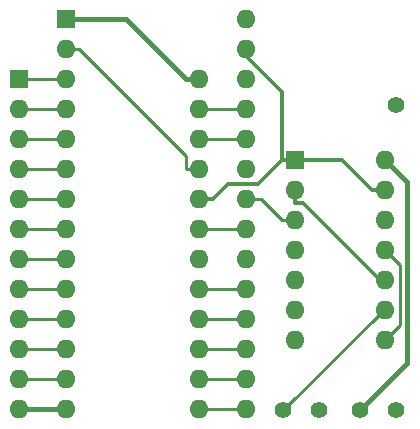
<source format=gbr>
%TF.GenerationSoftware,KiCad,Pcbnew,7.0.6*%
%TF.CreationDate,2023-08-02T18:22:00+10:00*%
%TF.ProjectId,vic20 rom,76696332-3020-4726-9f6d-2e6b69636164,rev?*%
%TF.SameCoordinates,Original*%
%TF.FileFunction,Copper,L2,Bot*%
%TF.FilePolarity,Positive*%
%FSLAX46Y46*%
G04 Gerber Fmt 4.6, Leading zero omitted, Abs format (unit mm)*
G04 Created by KiCad (PCBNEW 7.0.6) date 2023-08-02 18:22:00*
%MOMM*%
%LPD*%
G01*
G04 APERTURE LIST*
%TA.AperFunction,ComponentPad*%
%ADD10C,1.400000*%
%TD*%
%TA.AperFunction,ComponentPad*%
%ADD11R,1.600000X1.600000*%
%TD*%
%TA.AperFunction,ComponentPad*%
%ADD12O,1.600000X1.600000*%
%TD*%
%TA.AperFunction,Conductor*%
%ADD13C,0.450000*%
%TD*%
%TA.AperFunction,Conductor*%
%ADD14C,0.350000*%
%TD*%
%TA.AperFunction,Conductor*%
%ADD15C,0.250000*%
%TD*%
G04 APERTURE END LIST*
D10*
%TO.P,J1,1,Pin_1*%
%TO.N,Net-(J1-Pin_1)*%
X111574300Y-53167200D03*
%TD*%
D11*
%TO.P,U2,1*%
%TO.N,Net-(S1-~{CE})*%
X103022600Y-57816600D03*
D12*
%TO.P,U2,2*%
%TO.N,Net-(J1-Pin_1)*%
X103022600Y-60356600D03*
%TO.P,U2,3*%
%TO.N,Net-(U1-~{OE})*%
X103022600Y-62896600D03*
%TO.P,U2,4*%
%TO.N,N/C*%
X103022600Y-65436600D03*
%TO.P,U2,5*%
X103022600Y-67976600D03*
%TO.P,U2,6*%
X103022600Y-70516600D03*
%TO.P,U2,7,GND*%
%TO.N,Net-(GND1-Pin_1)*%
X103022600Y-73056600D03*
%TO.P,U2,8*%
%TO.N,Net-(U1-A13)*%
X110642600Y-73056600D03*
%TO.P,U2,9*%
%TO.N,Net-(B2-Pin_1)*%
X110642600Y-70516600D03*
%TO.P,U2,10*%
%TO.N,Net-(J1-Pin_1)*%
X110642600Y-67976600D03*
%TO.P,U2,11*%
%TO.N,Net-(U1-A13)*%
X110642600Y-65436600D03*
%TO.P,U2,12*%
%TO.N,Net-(K2-Pin_1)*%
X110642600Y-62896600D03*
%TO.P,U2,13*%
%TO.N,Net-(S1-~{CE})*%
X110642600Y-60356600D03*
%TO.P,U2,14,VCC*%
%TO.N,Net-(S1-VCC)*%
X110642600Y-57816600D03*
%TD*%
D10*
%TO.P,GND1,1,Pin_1*%
%TO.N,Net-(GND1-Pin_1)*%
X111574300Y-79008000D03*
%TD*%
D11*
%TO.P,S1,1,A7*%
%TO.N,Net-(S1-A7)*%
X79690000Y-50970000D03*
D12*
%TO.P,S1,2,A6*%
%TO.N,Net-(S1-A6)*%
X79690000Y-53510000D03*
%TO.P,S1,3,A5*%
%TO.N,Net-(S1-A5)*%
X79690000Y-56050000D03*
%TO.P,S1,4,A4*%
%TO.N,Net-(S1-A4)*%
X79690000Y-58590000D03*
%TO.P,S1,5,A3*%
%TO.N,Net-(S1-A3)*%
X79690000Y-61130000D03*
%TO.P,S1,6,A2*%
%TO.N,Net-(S1-A2)*%
X79690000Y-63670000D03*
%TO.P,S1,7,A1*%
%TO.N,Net-(S1-A1)*%
X79690000Y-66210000D03*
%TO.P,S1,8,A0*%
%TO.N,Net-(S1-A0)*%
X79690000Y-68750000D03*
%TO.P,S1,9,D0*%
%TO.N,Net-(S1-D0)*%
X79690000Y-71290000D03*
%TO.P,S1,10,D1*%
%TO.N,Net-(S1-D1)*%
X79690000Y-73830000D03*
%TO.P,S1,11,D2*%
%TO.N,Net-(S1-D2)*%
X79690000Y-76370000D03*
%TO.P,S1,12,GND*%
%TO.N,Net-(GND1-Pin_1)*%
X79690000Y-78910000D03*
%TO.P,S1,13,D3*%
%TO.N,Net-(S1-D3)*%
X94930000Y-78910000D03*
%TO.P,S1,14,D4*%
%TO.N,Net-(S1-D4)*%
X94930000Y-76370000D03*
%TO.P,S1,15,D5*%
%TO.N,Net-(S1-D5)*%
X94930000Y-73830000D03*
%TO.P,S1,16,D6*%
%TO.N,Net-(S1-D6)*%
X94930000Y-71290000D03*
%TO.P,S1,17,D7*%
%TO.N,Net-(S1-D7)*%
X94930000Y-68750000D03*
%TO.P,S1,18,A11*%
%TO.N,Net-(S1-A11)*%
X94930000Y-66210000D03*
%TO.P,S1,19,A10*%
%TO.N,Net-(S1-A10)*%
X94930000Y-63670000D03*
%TO.P,S1,20,~{CE}*%
%TO.N,Net-(S1-~{CE})*%
X94930000Y-61130000D03*
%TO.P,S1,21,A12*%
%TO.N,Net-(S1-A12)*%
X94930000Y-58590000D03*
%TO.P,S1,22,A9*%
%TO.N,Net-(S1-A9)*%
X94930000Y-56050000D03*
%TO.P,S1,23,A8*%
%TO.N,Net-(S1-A8)*%
X94930000Y-53510000D03*
%TO.P,S1,24,VCC*%
%TO.N,Net-(S1-VCC)*%
X94930000Y-50970000D03*
%TD*%
D10*
%TO.P,K2,1,Pin_1*%
%TO.N,Net-(K2-Pin_1)*%
X105034600Y-79008000D03*
%TD*%
%TO.P,B2,1,Pin_1*%
%TO.N,Net-(B2-Pin_1)*%
X102027500Y-79008000D03*
%TD*%
%TO.P,VCC1,1,Pin_1*%
%TO.N,Net-(S1-VCC)*%
X108542900Y-79008000D03*
%TD*%
D11*
%TO.P,U1,1,VPP*%
%TO.N,Net-(S1-VCC)*%
X83622400Y-45887500D03*
D12*
%TO.P,U1,2,A12*%
%TO.N,Net-(S1-A12)*%
X83622400Y-48427500D03*
%TO.P,U1,3,A7*%
%TO.N,Net-(S1-A7)*%
X83622400Y-50967500D03*
%TO.P,U1,4,A6*%
%TO.N,Net-(S1-A6)*%
X83622400Y-53507500D03*
%TO.P,U1,5,A5*%
%TO.N,Net-(S1-A5)*%
X83622400Y-56047500D03*
%TO.P,U1,6,A4*%
%TO.N,Net-(S1-A4)*%
X83622400Y-58587500D03*
%TO.P,U1,7,A3*%
%TO.N,Net-(S1-A3)*%
X83622400Y-61127500D03*
%TO.P,U1,8,A2*%
%TO.N,Net-(S1-A2)*%
X83622400Y-63667500D03*
%TO.P,U1,9,A1*%
%TO.N,Net-(S1-A1)*%
X83622400Y-66207500D03*
%TO.P,U1,10,A0*%
%TO.N,Net-(S1-A0)*%
X83622400Y-68747500D03*
%TO.P,U1,11,D0*%
%TO.N,Net-(S1-D0)*%
X83622400Y-71287500D03*
%TO.P,U1,12,D1*%
%TO.N,Net-(S1-D1)*%
X83622400Y-73827500D03*
%TO.P,U1,13,D2*%
%TO.N,Net-(S1-D2)*%
X83622400Y-76367500D03*
%TO.P,U1,14,GND*%
%TO.N,Net-(GND1-Pin_1)*%
X83622400Y-78907500D03*
%TO.P,U1,15,D3*%
%TO.N,Net-(S1-D3)*%
X98862400Y-78907500D03*
%TO.P,U1,16,D4*%
%TO.N,Net-(S1-D4)*%
X98862400Y-76367500D03*
%TO.P,U1,17,D5*%
%TO.N,Net-(S1-D5)*%
X98862400Y-73827500D03*
%TO.P,U1,18,D6*%
%TO.N,Net-(S1-D6)*%
X98862400Y-71287500D03*
%TO.P,U1,19,D7*%
%TO.N,Net-(S1-D7)*%
X98862400Y-68747500D03*
%TO.P,U1,20,~{CE}*%
%TO.N,Net-(GND1-Pin_1)*%
X98862400Y-66207500D03*
%TO.P,U1,21,A10*%
%TO.N,Net-(S1-A10)*%
X98862400Y-63667500D03*
%TO.P,U1,22,~{OE}*%
%TO.N,Net-(U1-~{OE})*%
X98862400Y-61127500D03*
%TO.P,U1,23,A11*%
%TO.N,Net-(S1-A11)*%
X98862400Y-58587500D03*
%TO.P,U1,24,A9*%
%TO.N,Net-(S1-A9)*%
X98862400Y-56047500D03*
%TO.P,U1,25,A8*%
%TO.N,Net-(S1-A8)*%
X98862400Y-53507500D03*
%TO.P,U1,26,A13*%
%TO.N,Net-(U1-A13)*%
X98862400Y-50967500D03*
%TO.P,U1,27,A14*%
%TO.N,Net-(S1-~{CE})*%
X98862400Y-48427500D03*
%TO.P,U1,28,VCC*%
%TO.N,Net-(S1-VCC)*%
X98862400Y-45887500D03*
%TD*%
D13*
%TO.N,Net-(S1-VCC)*%
X110642600Y-57816600D02*
X112522036Y-59696036D01*
X112522036Y-59696036D02*
X112522036Y-75028864D01*
X112522036Y-75028864D02*
X108542900Y-79008000D01*
D14*
%TO.N,Net-(J1-Pin_1)*%
X110642600Y-67976600D02*
X110208212Y-67976600D01*
X110208212Y-67976600D02*
X103715112Y-61483500D01*
X103022600Y-61483500D02*
X103022600Y-60356600D01*
X103715112Y-61483500D02*
X103022600Y-61483500D01*
D13*
%TO.N,Net-(GND1-Pin_1)*%
X80819400Y-78907500D02*
X80816900Y-78910000D01*
X83622400Y-78907500D02*
X80819400Y-78907500D01*
X79690000Y-78910000D02*
X80816900Y-78910000D01*
D15*
%TO.N,Net-(B2-Pin_1)*%
X110642600Y-70516600D02*
X110518900Y-70516600D01*
X110518900Y-70516600D02*
X102027500Y-79008000D01*
%TO.N,Net-(S1-A7)*%
X80819400Y-50967500D02*
X80816900Y-50970000D01*
X83622400Y-50967500D02*
X80819400Y-50967500D01*
X79690000Y-50970000D02*
X80816900Y-50970000D01*
%TO.N,Net-(S1-A6)*%
X79690000Y-53510000D02*
X80816900Y-53510000D01*
X80819400Y-53507500D02*
X80816900Y-53510000D01*
X83622400Y-53507500D02*
X80819400Y-53507500D01*
%TO.N,Net-(S1-A5)*%
X79690000Y-56050000D02*
X80816900Y-56050000D01*
X80819400Y-56047500D02*
X80816900Y-56050000D01*
X83622400Y-56047500D02*
X80819400Y-56047500D01*
%TO.N,Net-(S1-A4)*%
X83622400Y-58587500D02*
X80819400Y-58587500D01*
X80819400Y-58587500D02*
X80816900Y-58590000D01*
X79690000Y-58590000D02*
X80816900Y-58590000D01*
%TO.N,Net-(S1-A3)*%
X83622400Y-61127500D02*
X80819400Y-61127500D01*
X80819400Y-61127500D02*
X80816900Y-61130000D01*
X79690000Y-61130000D02*
X80816900Y-61130000D01*
%TO.N,Net-(S1-A2)*%
X83622400Y-63667500D02*
X80819400Y-63667500D01*
X80819400Y-63667500D02*
X80816900Y-63670000D01*
X79690000Y-63670000D02*
X80816900Y-63670000D01*
%TO.N,Net-(S1-A1)*%
X80819400Y-66207500D02*
X80816900Y-66210000D01*
X79690000Y-66210000D02*
X80816900Y-66210000D01*
X83622400Y-66207500D02*
X80819400Y-66207500D01*
%TO.N,Net-(S1-A0)*%
X79690000Y-68750000D02*
X80816900Y-68750000D01*
X80819400Y-68747500D02*
X80816900Y-68750000D01*
X83622400Y-68747500D02*
X80819400Y-68747500D01*
%TO.N,Net-(S1-D0)*%
X80819400Y-71287500D02*
X80816900Y-71290000D01*
X83622400Y-71287500D02*
X80819400Y-71287500D01*
X79690000Y-71290000D02*
X80816900Y-71290000D01*
%TO.N,Net-(S1-D1)*%
X83622400Y-73827500D02*
X80819400Y-73827500D01*
X79690000Y-73830000D02*
X80816900Y-73830000D01*
X80819400Y-73827500D02*
X80816900Y-73830000D01*
%TO.N,Net-(S1-D2)*%
X83622400Y-76367500D02*
X80819400Y-76367500D01*
X79690000Y-76370000D02*
X80816900Y-76370000D01*
X80819400Y-76367500D02*
X80816900Y-76370000D01*
%TO.N,Net-(S1-D3)*%
X96059400Y-78907500D02*
X96056900Y-78910000D01*
X94930000Y-78910000D02*
X96056900Y-78910000D01*
X98862400Y-78907500D02*
X96059400Y-78907500D01*
%TO.N,Net-(S1-D4)*%
X98862400Y-76367500D02*
X96059400Y-76367500D01*
X94930000Y-76370000D02*
X96056900Y-76370000D01*
X96059400Y-76367500D02*
X96056900Y-76370000D01*
%TO.N,Net-(S1-D5)*%
X98862400Y-73827500D02*
X96059400Y-73827500D01*
X94930000Y-73830000D02*
X96056900Y-73830000D01*
X96059400Y-73827500D02*
X96056900Y-73830000D01*
%TO.N,Net-(S1-D6)*%
X94930000Y-71290000D02*
X96056900Y-71290000D01*
X96059400Y-71287500D02*
X96056900Y-71290000D01*
X98862400Y-71287500D02*
X96059400Y-71287500D01*
%TO.N,Net-(S1-D7)*%
X94930000Y-68750000D02*
X96056900Y-68750000D01*
X96059400Y-68747500D02*
X96056900Y-68750000D01*
X98862400Y-68747500D02*
X96059400Y-68747500D01*
%TO.N,Net-(S1-A10)*%
X98862400Y-63667500D02*
X96059400Y-63667500D01*
X94930000Y-63670000D02*
X96056900Y-63670000D01*
X96059400Y-63667500D02*
X96056900Y-63670000D01*
D14*
%TO.N,Net-(S1-~{CE})*%
X96056900Y-61130000D02*
X97329400Y-59857500D01*
X99854800Y-59857500D02*
X101895700Y-57816600D01*
X110642600Y-60356600D02*
X109515700Y-60356600D01*
X109515700Y-60356600D02*
X106975700Y-57816600D01*
X94930000Y-61130000D02*
X96056900Y-61130000D01*
X98862400Y-48427500D02*
X98862400Y-49010921D01*
X103022600Y-57816600D02*
X101895700Y-57816600D01*
X98862400Y-49010921D02*
X101895700Y-52044221D01*
X97329400Y-59857500D02*
X99854800Y-59857500D01*
X106975700Y-57816600D02*
X103022600Y-57816600D01*
X101895700Y-52044221D02*
X101895700Y-57816600D01*
D15*
%TO.N,Net-(U1-~{OE})*%
X98862400Y-61127500D02*
X100126600Y-61127500D01*
X100126600Y-61127500D02*
X101895700Y-62896600D01*
X103022600Y-62896600D02*
X101895700Y-62896600D01*
%TO.N,Net-(S1-A12)*%
X93803100Y-57481300D02*
X93803100Y-58590000D01*
X83622400Y-48427500D02*
X84749300Y-48427500D01*
X84749300Y-48427500D02*
X93803100Y-57481300D01*
X94930000Y-58590000D02*
X93803100Y-58590000D01*
%TO.N,Net-(S1-A9)*%
X98862400Y-56047500D02*
X96059400Y-56047500D01*
X96059400Y-56047500D02*
X96056900Y-56050000D01*
X94930000Y-56050000D02*
X96056900Y-56050000D01*
%TO.N,Net-(S1-A8)*%
X94930000Y-53510000D02*
X96056900Y-53510000D01*
X96059400Y-53507500D02*
X96056900Y-53510000D01*
X98862400Y-53507500D02*
X96059400Y-53507500D01*
%TO.N,Net-(U1-A13)*%
X110642600Y-65436600D02*
X111895360Y-66689360D01*
X111895360Y-71803840D02*
X110642600Y-73056600D01*
X111895360Y-66689360D02*
X111895360Y-71803840D01*
D13*
%TO.N,Net-(S1-VCC)*%
X83622400Y-45887500D02*
X88720600Y-45887500D01*
X94930000Y-50970000D02*
X93803100Y-50970000D01*
X88720600Y-45887500D02*
X93803100Y-50970000D01*
%TD*%
M02*

</source>
